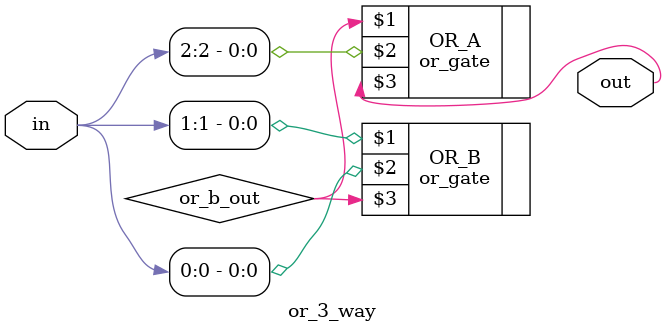
<source format=v>
module or_3_way (input [2:0] in,
                 output out);
    wire or_b_out;
    or_gate OR_A (or_b_out, in[2], out);
    or_gate OR_B (in[1], in[0], or_b_out);
endmodule

</source>
